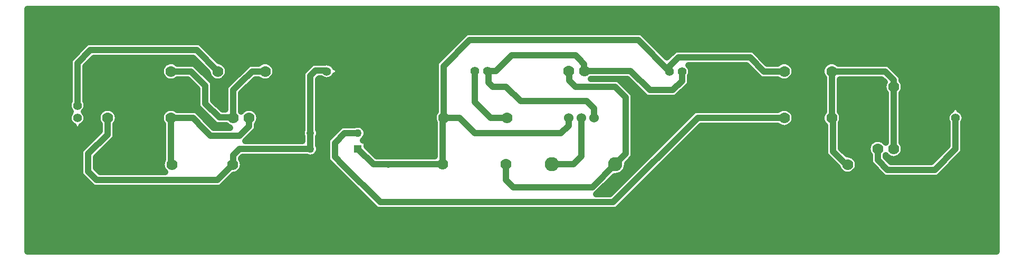
<source format=gbr>
G04 PROTEUS GERBER X2 FILE*
%TF.GenerationSoftware,Labcenter,Proteus,8.11-SP0-Build30052*%
%TF.CreationDate,2022-05-23T09:32:02+00:00*%
%TF.FileFunction,Copper,L2,Bot*%
%TF.FilePolarity,Positive*%
%TF.Part,Single*%
%TF.SameCoordinates,{dbbd143d-ed61-4da2-b447-6c1ffff0ded6}*%
%FSLAX45Y45*%
%MOMM*%
G01*
%TA.AperFunction,Conductor*%
%ADD16C,1.016000*%
%ADD17C,0.254000*%
%TA.AperFunction,WasherPad*%
%ADD10C,1.397000*%
%TA.AperFunction,ComponentPad*%
%ADD11C,1.778000*%
%TA.AperFunction,ComponentPad*%
%ADD12R,1.270000X1.270000*%
%ADD13C,1.270000*%
%TA.AperFunction,ComponentPad*%
%ADD14C,1.524000*%
%TA.AperFunction,ComponentPad*%
%ADD15C,2.286000*%
%TD.AperFunction*%
G36*
X+5250000Y+6099060D02*
X-10301880Y+6099060D01*
X-10301880Y+10000000D01*
X+5250000Y+10000000D01*
X+5250000Y+6099060D01*
G37*
%LPC*%
G36*
X-7233913Y+9163515D02*
X-7217792Y+9161928D01*
X-7186820Y+9152533D01*
X-7158276Y+9137276D01*
X-7133257Y+9116744D01*
X-7112725Y+9091725D01*
X-7097468Y+9063181D01*
X-7088073Y+9032209D01*
X-7084901Y+9000000D01*
X-7088072Y+8967792D01*
X-7097467Y+8936820D01*
X-7112724Y+8908276D01*
X-7133256Y+8883257D01*
X-7158275Y+8862725D01*
X-7186819Y+8847468D01*
X-7217791Y+8838073D01*
X-7250000Y+8834901D01*
X-7282208Y+8838072D01*
X-7313180Y+8847467D01*
X-7341724Y+8862724D01*
X-7366743Y+8883256D01*
X-7387275Y+8908275D01*
X-7402532Y+8936819D01*
X-7411927Y+8967791D01*
X-7413515Y+8983913D01*
X-7641642Y+9212040D01*
X-9241162Y+9212040D01*
X-9373002Y+9080200D01*
X-9373001Y+8520733D01*
X-9365068Y+8505891D01*
X-9356757Y+8478493D01*
X-9353951Y+8450000D01*
X-9356757Y+8421507D01*
X-9365068Y+8394109D01*
X-9378564Y+8368859D01*
X-9394041Y+8350000D01*
X-9378564Y+8331141D01*
X-9365068Y+8305891D01*
X-9356757Y+8278493D01*
X-9353951Y+8250000D01*
X-9356757Y+8221507D01*
X-9365068Y+8194109D01*
X-9378564Y+8168859D01*
X-9396727Y+8146727D01*
X-9418859Y+8128564D01*
X-9439579Y+8117489D01*
X-9435342Y+8114658D01*
X-9415520Y+8084993D01*
X-9408560Y+8050000D01*
X-9415520Y+8015007D01*
X-9435342Y+7985342D01*
X-9465007Y+7965520D01*
X-9500000Y+7958560D01*
X-9534993Y+7965520D01*
X-9564658Y+7985342D01*
X-9584480Y+8015007D01*
X-9591440Y+8050000D01*
X-9584480Y+8084993D01*
X-9564658Y+8114658D01*
X-9560421Y+8117489D01*
X-9581141Y+8128564D01*
X-9603273Y+8146727D01*
X-9621436Y+8168859D01*
X-9634932Y+8194109D01*
X-9643243Y+8221507D01*
X-9646049Y+8250000D01*
X-9643243Y+8278493D01*
X-9634932Y+8305891D01*
X-9621436Y+8331141D01*
X-9605959Y+8350000D01*
X-9621436Y+8368859D01*
X-9634932Y+8394109D01*
X-9643243Y+8421507D01*
X-9646049Y+8450000D01*
X-9643243Y+8478493D01*
X-9634932Y+8505891D01*
X-9626999Y+8520733D01*
X-9626998Y+9185408D01*
X-9346368Y+9466038D01*
X-7536436Y+9466038D01*
X-7233913Y+9163515D01*
G37*
G36*
X-6455792Y+9161928D02*
X-6424820Y+9152533D01*
X-6396276Y+9137276D01*
X-6371257Y+9116744D01*
X-6350725Y+9091725D01*
X-6335468Y+9063181D01*
X-6326073Y+9032209D01*
X-6322901Y+9000000D01*
X-6326072Y+8967792D01*
X-6335467Y+8936820D01*
X-6350724Y+8908276D01*
X-6371256Y+8883257D01*
X-6396275Y+8862725D01*
X-6424819Y+8847468D01*
X-6455791Y+8838073D01*
X-6488000Y+8834901D01*
X-6520208Y+8838072D01*
X-6551180Y+8847467D01*
X-6579724Y+8862724D01*
X-6592247Y+8873001D01*
X-6646133Y+8873001D01*
X-6873001Y+8646133D01*
X-6873001Y+8354247D01*
X-6873000Y+8354246D01*
X-6862744Y+8366743D01*
X-6837725Y+8387275D01*
X-6809181Y+8402532D01*
X-6778209Y+8411927D01*
X-6746000Y+8415099D01*
X-6713792Y+8411928D01*
X-6682820Y+8402533D01*
X-6654276Y+8387276D01*
X-6629257Y+8366744D01*
X-6608725Y+8341725D01*
X-6593468Y+8313181D01*
X-6584073Y+8282209D01*
X-6580901Y+8250000D01*
X-6584072Y+8217792D01*
X-6593467Y+8186820D01*
X-6608724Y+8158276D01*
X-6621097Y+8143199D01*
X-6621097Y+8064380D01*
X-6808478Y+7876999D01*
X-5888998Y+7876999D01*
X-5888998Y+7877000D01*
X-5888999Y+7946673D01*
X-5891065Y+7950539D01*
X-5899015Y+7976746D01*
X-5901699Y+8004000D01*
X-5899015Y+8031254D01*
X-5891065Y+8057461D01*
X-5888999Y+8061326D01*
X-5888999Y+8977151D01*
X-5729517Y+9136633D01*
X-5550283Y+9136633D01*
X-5528493Y+9143243D01*
X-5500000Y+9146049D01*
X-5471507Y+9143243D01*
X-5444109Y+9134932D01*
X-5418859Y+9121436D01*
X-5396727Y+9103273D01*
X-5378564Y+9081141D01*
X-5367489Y+9060421D01*
X-5364658Y+9064658D01*
X-5334993Y+9084480D01*
X-5300000Y+9091440D01*
X-5265007Y+9084480D01*
X-5235342Y+9064658D01*
X-5215520Y+9034993D01*
X-5208560Y+9000000D01*
X-5215520Y+8965007D01*
X-5235342Y+8935342D01*
X-5265007Y+8915520D01*
X-5300000Y+8908560D01*
X-5334993Y+8915520D01*
X-5364658Y+8935342D01*
X-5367489Y+8939579D01*
X-5378564Y+8918859D01*
X-5396727Y+8896727D01*
X-5418859Y+8878564D01*
X-5444109Y+8865068D01*
X-5471507Y+8856757D01*
X-5500000Y+8853951D01*
X-5528493Y+8856757D01*
X-5555891Y+8865068D01*
X-5581141Y+8878564D01*
X-5586102Y+8882635D01*
X-5624311Y+8882635D01*
X-5635001Y+8871945D01*
X-5635001Y+8061326D01*
X-5632935Y+8057461D01*
X-5624985Y+8031254D01*
X-5622301Y+8004000D01*
X-5624985Y+7976746D01*
X-5632935Y+7950539D01*
X-5635001Y+7946673D01*
X-5635002Y+7877000D01*
X-5635001Y+7807327D01*
X-5632935Y+7803461D01*
X-5624985Y+7777254D01*
X-5622301Y+7750000D01*
X-5624985Y+7722746D01*
X-5632935Y+7696539D01*
X-5645845Y+7672387D01*
X-5663218Y+7651218D01*
X-5684387Y+7633845D01*
X-5708539Y+7620935D01*
X-5734746Y+7612985D01*
X-5762000Y+7610301D01*
X-5789254Y+7612985D01*
X-5815461Y+7620935D01*
X-5819326Y+7623001D01*
X-6851486Y+7623001D01*
X-6876151Y+7598336D01*
X-6870725Y+7591725D01*
X-6855468Y+7563181D01*
X-6846073Y+7532209D01*
X-6842901Y+7500000D01*
X-6846072Y+7467792D01*
X-6855467Y+7436820D01*
X-6870724Y+7408276D01*
X-6891256Y+7383257D01*
X-6916275Y+7362725D01*
X-6944819Y+7347468D01*
X-6975791Y+7338073D01*
X-6991913Y+7336485D01*
X-7202663Y+7125735D01*
X-9243319Y+7125735D01*
X-9455670Y+7338086D01*
X-9455670Y+7723932D01*
X-9142999Y+8036603D01*
X-9142999Y+8145753D01*
X-9153275Y+8158275D01*
X-9168532Y+8186819D01*
X-9177927Y+8217791D01*
X-9181099Y+8250000D01*
X-9177928Y+8282208D01*
X-9168533Y+8313180D01*
X-9153276Y+8341724D01*
X-9132744Y+8366743D01*
X-9107725Y+8387275D01*
X-9079181Y+8402532D01*
X-9048209Y+8411927D01*
X-9016000Y+8415099D01*
X-8983792Y+8411928D01*
X-8952820Y+8402533D01*
X-8924276Y+8387276D01*
X-8899257Y+8366744D01*
X-8878725Y+8341725D01*
X-8863468Y+8313181D01*
X-8854073Y+8282209D01*
X-8850901Y+8250000D01*
X-8854072Y+8217792D01*
X-8863467Y+8186820D01*
X-8878724Y+8158276D01*
X-8889001Y+8145753D01*
X-8889001Y+7931397D01*
X-9201672Y+7618726D01*
X-9201672Y+7443292D01*
X-9138113Y+7379733D01*
X-8096450Y+7379733D01*
X-8100743Y+7383256D01*
X-8121275Y+7408275D01*
X-8136532Y+7436819D01*
X-8145927Y+7467791D01*
X-8149099Y+7500000D01*
X-8145928Y+7532208D01*
X-8136533Y+7563180D01*
X-8126999Y+7581017D01*
X-8126999Y+8145753D01*
X-8137275Y+8158275D01*
X-8152532Y+8186819D01*
X-8161927Y+8217791D01*
X-8165099Y+8250000D01*
X-8161928Y+8282208D01*
X-8152533Y+8313180D01*
X-8137276Y+8341724D01*
X-8116744Y+8366743D01*
X-8091725Y+8387275D01*
X-8063181Y+8402532D01*
X-8032209Y+8411927D01*
X-8000000Y+8415099D01*
X-7967792Y+8411928D01*
X-7936820Y+8402533D01*
X-7908276Y+8387276D01*
X-7895753Y+8376999D01*
X-7595378Y+8376999D01*
X-7312233Y+8093854D01*
X-7206594Y+8093854D01*
X-7206594Y+8093855D01*
X-7051273Y+8093855D01*
X-7063180Y+8097467D01*
X-7091724Y+8112724D01*
X-7113772Y+8130818D01*
X-7277352Y+8130818D01*
X-7576025Y+8429491D01*
X-7576025Y+8718618D01*
X-7730408Y+8873001D01*
X-7895753Y+8873001D01*
X-7908275Y+8862725D01*
X-7936819Y+8847468D01*
X-7967791Y+8838073D01*
X-8000000Y+8834901D01*
X-8032208Y+8838072D01*
X-8063180Y+8847467D01*
X-8091724Y+8862724D01*
X-8116743Y+8883256D01*
X-8137275Y+8908275D01*
X-8152532Y+8936819D01*
X-8161927Y+8967791D01*
X-8165099Y+9000000D01*
X-8161928Y+9032208D01*
X-8152533Y+9063180D01*
X-8137276Y+9091724D01*
X-8116744Y+9116743D01*
X-8091725Y+9137275D01*
X-8063181Y+9152532D01*
X-8032209Y+9161927D01*
X-8000000Y+9165099D01*
X-7967792Y+9161928D01*
X-7936820Y+9152533D01*
X-7908276Y+9137276D01*
X-7895753Y+9126999D01*
X-7625202Y+9126999D01*
X-7322027Y+8823824D01*
X-7322027Y+8534697D01*
X-7172146Y+8384816D01*
X-7126999Y+8384816D01*
X-7126999Y+8751339D01*
X-6751339Y+9126999D01*
X-6592247Y+9126999D01*
X-6579725Y+9137275D01*
X-6551181Y+9152532D01*
X-6520209Y+9161927D01*
X-6488000Y+9165099D01*
X-6455792Y+9161928D01*
G37*
G36*
X-8933867Y+8965979D02*
X-8953138Y+8937138D01*
X-8981979Y+8917867D01*
X-9016000Y+8911100D01*
X-9050021Y+8917867D01*
X-9078862Y+8937138D01*
X-9098133Y+8965979D01*
X-9104900Y+9000000D01*
X-9098133Y+9034021D01*
X-9078862Y+9062862D01*
X-9050021Y+9082133D01*
X-9016000Y+9088900D01*
X-8981979Y+9082133D01*
X-8953138Y+9062862D01*
X-8933867Y+9034021D01*
X-8927100Y+9000000D01*
X-8933867Y+8965979D01*
G37*
G36*
X-8917867Y+7465979D02*
X-8937138Y+7437138D01*
X-8965979Y+7417867D01*
X-9000000Y+7411100D01*
X-9034021Y+7417867D01*
X-9062862Y+7437138D01*
X-9082133Y+7465979D01*
X-9088900Y+7500000D01*
X-9082133Y+7534021D01*
X-9062862Y+7562862D01*
X-9034021Y+7582133D01*
X-9000000Y+7588900D01*
X-8965979Y+7582133D01*
X-8937138Y+7562862D01*
X-8917867Y+7534021D01*
X-8911100Y+7500000D01*
X-8917867Y+7465979D01*
G37*
G36*
X-6671867Y+7465979D02*
X-6691138Y+7437138D01*
X-6719979Y+7417867D01*
X-6754000Y+7411100D01*
X-6788021Y+7417867D01*
X-6816862Y+7437138D01*
X-6836133Y+7465979D01*
X-6842900Y+7500000D01*
X-6836133Y+7534021D01*
X-6816862Y+7562862D01*
X-6788021Y+7582133D01*
X-6754000Y+7588900D01*
X-6719979Y+7582133D01*
X-6691138Y+7562862D01*
X-6671867Y+7534021D01*
X-6665100Y+7500000D01*
X-6671867Y+7465979D01*
G37*
G36*
X-41666Y+9221268D02*
X+89458Y+9352392D01*
X+1344413Y+9352392D01*
X+1569807Y+9126998D01*
X+1737607Y+9126999D01*
X+1750129Y+9137275D01*
X+1778673Y+9152532D01*
X+1809645Y+9161927D01*
X+1841854Y+9165099D01*
X+1874062Y+9161928D01*
X+1905034Y+9152533D01*
X+1933578Y+9137276D01*
X+1958597Y+9116744D01*
X+1979129Y+9091725D01*
X+1994386Y+9063181D01*
X+2003781Y+9032209D01*
X+2006953Y+9000000D01*
X+2003782Y+8967792D01*
X+1994387Y+8936820D01*
X+1979130Y+8908276D01*
X+1958598Y+8883257D01*
X+1933579Y+8862725D01*
X+1905035Y+8847468D01*
X+1874063Y+8838073D01*
X+1841854Y+8834901D01*
X+1809646Y+8838072D01*
X+1778674Y+8847467D01*
X+1750130Y+8862724D01*
X+1737607Y+8873001D01*
X+1464599Y+8873002D01*
X+1239205Y+9098396D01*
X+307275Y+9098396D01*
X+321436Y+9081141D01*
X+334932Y+9055891D01*
X+343243Y+9028493D01*
X+346049Y+9000000D01*
X+343243Y+8971507D01*
X+334932Y+8944109D01*
X+326999Y+8929267D01*
X+326999Y+8791579D01*
X+104650Y+8569230D01*
X-368454Y+8569230D01*
X-680913Y+8881689D01*
X-1256032Y+8881689D01*
X-1257211Y+8880722D01*
X-817726Y+8880722D01*
X-572076Y+8635072D01*
X-572076Y+7622374D01*
X-680807Y+7513643D01*
X-679830Y+7503723D01*
X-683490Y+7466559D01*
X-694330Y+7430823D01*
X-711934Y+7397888D01*
X-735625Y+7369020D01*
X-764493Y+7345329D01*
X-797428Y+7327725D01*
X-833164Y+7316884D01*
X-870329Y+7313224D01*
X-880249Y+7314201D01*
X-1173634Y+7020816D01*
X-954457Y+7020816D01*
X+401726Y+8376999D01*
X+1737607Y+8376999D01*
X+1750129Y+8387275D01*
X+1778673Y+8402532D01*
X+1809645Y+8411927D01*
X+1841854Y+8415099D01*
X+1874062Y+8411928D01*
X+1905034Y+8402533D01*
X+1933578Y+8387276D01*
X+1958597Y+8366744D01*
X+1979129Y+8341725D01*
X+1994386Y+8313181D01*
X+2003781Y+8282209D01*
X+2006953Y+8250000D01*
X+2003782Y+8217792D01*
X+1994387Y+8186820D01*
X+1979130Y+8158276D01*
X+1958598Y+8133257D01*
X+1933579Y+8112725D01*
X+1905035Y+8097468D01*
X+1874063Y+8088073D01*
X+1841854Y+8084901D01*
X+1809646Y+8088072D01*
X+1778674Y+8097467D01*
X+1750130Y+8112724D01*
X+1737607Y+8123001D01*
X+506932Y+8123001D01*
X-849251Y+6766818D01*
X-4696420Y+6766818D01*
X-5498853Y+7569251D01*
X-5498853Y+7901420D01*
X-5269274Y+8130999D01*
X-5057326Y+8130999D01*
X-5053461Y+8133065D01*
X-5027254Y+8141015D01*
X-5000000Y+8143699D01*
X-4972746Y+8141015D01*
X-4946539Y+8133065D01*
X-4922387Y+8120155D01*
X-4901218Y+8102782D01*
X-4883845Y+8081613D01*
X-4870935Y+8057461D01*
X-4862985Y+8031254D01*
X-4860301Y+8004000D01*
X-4862985Y+7976746D01*
X-4870935Y+7950539D01*
X-4883845Y+7926387D01*
X-4901218Y+7905218D01*
X-4920128Y+7889699D01*
X-4860301Y+7889699D01*
X-4860301Y+7793626D01*
X-4697397Y+7630722D01*
X-3763328Y+7630722D01*
X-3763328Y+8172707D01*
X-3772861Y+8190542D01*
X-3782256Y+8221514D01*
X-3785428Y+8253723D01*
X-3782257Y+8285931D01*
X-3772862Y+8316903D01*
X-3757605Y+8345447D01*
X-3748879Y+8356080D01*
X-3748879Y+9136886D01*
X-3258766Y+9626999D01*
X-447397Y+9626999D01*
X-41666Y+9221268D01*
G37*
G36*
X+2636062Y+9161928D02*
X+2667034Y+9152533D01*
X+2695578Y+9137276D01*
X+2709542Y+9125816D01*
X+3512603Y+9125816D01*
X+3722853Y+8915566D01*
X+3722853Y+8854247D01*
X+3733129Y+8841725D01*
X+3748386Y+8813181D01*
X+3757781Y+8782209D01*
X+3760953Y+8750000D01*
X+3757782Y+8717792D01*
X+3748387Y+8686820D01*
X+3733130Y+8658276D01*
X+3722853Y+8645753D01*
X+3722853Y+7854247D01*
X+3733129Y+7841725D01*
X+3748386Y+7813181D01*
X+3757781Y+7782209D01*
X+3760953Y+7750000D01*
X+3757782Y+7717792D01*
X+3748387Y+7686820D01*
X+3733130Y+7658276D01*
X+3712598Y+7633257D01*
X+3687579Y+7612725D01*
X+3659035Y+7597468D01*
X+3628063Y+7588073D01*
X+3595854Y+7584901D01*
X+3563646Y+7588072D01*
X+3532674Y+7597467D01*
X+3504130Y+7612724D01*
X+3479111Y+7633256D01*
X+3468854Y+7645754D01*
X+3468853Y+7645753D01*
X+3468853Y+7624566D01*
X+3552603Y+7540816D01*
X+4203068Y+7540816D01*
X+4464855Y+7802603D01*
X+4464855Y+8179267D01*
X+4456922Y+8194109D01*
X+4448611Y+8221507D01*
X+4445805Y+8250000D01*
X+4448611Y+8278493D01*
X+4456922Y+8305891D01*
X+4470418Y+8331141D01*
X+4488581Y+8353273D01*
X+4510713Y+8371436D01*
X+4531433Y+8382511D01*
X+4527196Y+8385342D01*
X+4507374Y+8415007D01*
X+4500414Y+8450000D01*
X+4507374Y+8484993D01*
X+4527196Y+8514658D01*
X+4556861Y+8534480D01*
X+4591854Y+8541440D01*
X+4626847Y+8534480D01*
X+4656512Y+8514658D01*
X+4676334Y+8484993D01*
X+4683294Y+8450000D01*
X+4676334Y+8415007D01*
X+4656512Y+8385342D01*
X+4652275Y+8382511D01*
X+4672995Y+8371436D01*
X+4695127Y+8353273D01*
X+4713290Y+8331141D01*
X+4726786Y+8305891D01*
X+4735097Y+8278493D01*
X+4737903Y+8250000D01*
X+4735097Y+8221507D01*
X+4726786Y+8194109D01*
X+4718853Y+8179267D01*
X+4718853Y+7697397D01*
X+4308274Y+7286818D01*
X+3447397Y+7286818D01*
X+3214855Y+7519360D01*
X+3214855Y+7645753D01*
X+3204579Y+7658275D01*
X+3189322Y+7686819D01*
X+3179927Y+7717791D01*
X+3176755Y+7750000D01*
X+3179926Y+7782208D01*
X+3189321Y+7813180D01*
X+3204578Y+7841724D01*
X+3225110Y+7866743D01*
X+3250129Y+7887275D01*
X+3278673Y+7902532D01*
X+3309645Y+7911927D01*
X+3341854Y+7915099D01*
X+3374062Y+7911928D01*
X+3405034Y+7902533D01*
X+3433578Y+7887276D01*
X+3458597Y+7866744D01*
X+3468854Y+7854246D01*
X+3468855Y+7854247D01*
X+3468855Y+8645753D01*
X+3458579Y+8658275D01*
X+3443322Y+8686819D01*
X+3433927Y+8717791D01*
X+3430755Y+8750000D01*
X+3433926Y+8782208D01*
X+3443321Y+8813180D01*
X+3451233Y+8827982D01*
X+3407397Y+8871818D01*
X+2730853Y+8871818D01*
X+2730853Y+8354247D01*
X+2741129Y+8341725D01*
X+2756386Y+8313181D01*
X+2765781Y+8282209D01*
X+2768953Y+8250000D01*
X+2765782Y+8217792D01*
X+2756387Y+8186820D01*
X+2750544Y+8175888D01*
X+2750544Y+7763574D01*
X+2849811Y+7664307D01*
X+2857854Y+7665099D01*
X+2890062Y+7661928D01*
X+2921034Y+7652533D01*
X+2949578Y+7637276D01*
X+2974597Y+7616744D01*
X+2995129Y+7591725D01*
X+3010386Y+7563181D01*
X+3019781Y+7532209D01*
X+3022953Y+7500000D01*
X+3019782Y+7467792D01*
X+3010387Y+7436820D01*
X+2995130Y+7408276D01*
X+2974598Y+7383257D01*
X+2949579Y+7362725D01*
X+2921035Y+7347468D01*
X+2890063Y+7338073D01*
X+2857854Y+7334901D01*
X+2825646Y+7338072D01*
X+2794674Y+7347467D01*
X+2766130Y+7362724D01*
X+2741111Y+7383256D01*
X+2720579Y+7408275D01*
X+2705322Y+7436819D01*
X+2699760Y+7455154D01*
X+2496548Y+7658366D01*
X+2496548Y+8125511D01*
X+2487111Y+8133256D01*
X+2466579Y+8158275D01*
X+2451322Y+8186819D01*
X+2441927Y+8217791D01*
X+2438755Y+8250000D01*
X+2441926Y+8282208D01*
X+2451321Y+8313180D01*
X+2466578Y+8341724D01*
X+2476855Y+8354247D01*
X+2476855Y+8895753D01*
X+2466579Y+8908275D01*
X+2451322Y+8936819D01*
X+2441927Y+8967791D01*
X+2438755Y+9000000D01*
X+2441926Y+9032208D01*
X+2451321Y+9063180D01*
X+2466578Y+9091724D01*
X+2487110Y+9116743D01*
X+2512129Y+9137275D01*
X+2540673Y+9152532D01*
X+2571645Y+9161927D01*
X+2603854Y+9165099D01*
X+2636062Y+9161928D01*
G37*
G36*
X+1923987Y+7465979D02*
X+1904716Y+7437138D01*
X+1875875Y+7417867D01*
X+1841854Y+7411100D01*
X+1807833Y+7417867D01*
X+1778992Y+7437138D01*
X+1759721Y+7465979D01*
X+1752954Y+7500000D01*
X+1759721Y+7534021D01*
X+1778992Y+7562862D01*
X+1807833Y+7582133D01*
X+1841854Y+7588900D01*
X+1875875Y+7582133D01*
X+1904716Y+7562862D01*
X+1923987Y+7534021D01*
X+1930754Y+7500000D01*
X+1923987Y+7465979D01*
G37*
G36*
X+3423987Y+8715979D02*
X+3404716Y+8687138D01*
X+3375875Y+8667867D01*
X+3341854Y+8661100D01*
X+3307833Y+8667867D01*
X+3278992Y+8687138D01*
X+3259721Y+8715979D01*
X+3252954Y+8750000D01*
X+3259721Y+8784021D01*
X+3278992Y+8812862D01*
X+3307833Y+8832133D01*
X+3341854Y+8838900D01*
X+3375875Y+8832133D01*
X+3404716Y+8812862D01*
X+3423987Y+8784021D01*
X+3430754Y+8750000D01*
X+3423987Y+8715979D01*
G37*
%LPD*%
D16*
X-9500000Y+8450000D02*
X-9500000Y+9132804D01*
X-9293765Y+9339039D01*
X-7589039Y+9339039D01*
X-7250000Y+9000000D01*
X-6488000Y+9000000D02*
X-6698736Y+9000000D01*
X-6873473Y+8825263D01*
X-7000000Y+8698736D01*
X-7000000Y+8250000D01*
X-8000000Y+9000000D02*
X-7677805Y+9000000D01*
X-7449026Y+8771221D01*
X-7449026Y+8482094D01*
X-7224749Y+8257817D01*
X-7007817Y+8257817D01*
X-7000000Y+8250000D01*
X-8000000Y+8250000D02*
X-7647981Y+8250000D01*
X-7474389Y+8076408D01*
X-7364837Y+7966856D01*
X-7206594Y+7966856D01*
X-6898223Y+7966856D01*
X-6748096Y+8116983D01*
X-6748096Y+8247904D01*
X-6746000Y+8250000D01*
X-7008000Y+7500000D02*
X-7255266Y+7252734D01*
X-9190716Y+7252734D01*
X-9328671Y+7390689D01*
X-9328671Y+7671329D01*
X-9016000Y+7984000D01*
X-9016000Y+8250000D01*
X-8000000Y+8250000D02*
X-8000000Y+7516000D01*
X-7984000Y+7500000D01*
X-5762000Y+8004000D02*
X-5762000Y+7750000D01*
X-6904089Y+7750000D01*
X-7003719Y+7650370D01*
X-7003719Y+7504281D01*
X-7008000Y+7500000D01*
X-5762000Y+8004000D02*
X-5762000Y+8924548D01*
X-5676914Y+9009634D01*
X-5509634Y+9009634D01*
X-5500000Y+9000000D01*
X-2604329Y+8253723D02*
X-2870329Y+8253723D01*
X-3120329Y+8503723D01*
X-3120329Y+9003723D01*
X-1620329Y+8253723D02*
X-1620329Y+8127775D01*
X-1740658Y+8007446D01*
X-3124052Y+8007446D01*
X-3370329Y+8253723D01*
X-3620329Y+8253723D01*
X-1417129Y+8253723D02*
X-1417129Y+7630494D01*
X-1539650Y+7507973D01*
X-1882079Y+7507973D01*
X-1886329Y+7503723D01*
X-870329Y+7503723D02*
X-1237638Y+7136414D01*
X-1265550Y+7136414D01*
X-2503020Y+7136414D01*
X-2620329Y+7253723D01*
X-2620329Y+7503723D01*
X-1213929Y+8253723D02*
X-1213929Y+8406567D01*
X-1326461Y+8519099D01*
X-2385705Y+8519099D01*
X-2620329Y+8753723D01*
X-2840221Y+8753723D01*
X-2904062Y+8817564D01*
X-2904062Y+8987456D01*
X-2920329Y+9003723D01*
X-870329Y+7503723D02*
X-699075Y+7674977D01*
X-699075Y+8050083D01*
X-699075Y+8582469D01*
X-870329Y+8753723D01*
X-1506265Y+8753723D01*
X-1606653Y+8854111D01*
X-1606653Y+8990047D01*
X-1620329Y+9003723D01*
X-4516000Y+7500000D02*
X-4516000Y+7503723D01*
X-5000000Y+7753723D02*
X-5000000Y+7750000D01*
X-5000000Y+7753723D02*
X-4750000Y+7503723D01*
X-4516000Y+7503723D01*
X-1369099Y+9092623D02*
X-1366329Y+9003723D01*
X-1459009Y+9205940D02*
X-1369099Y+9116030D01*
X-1369099Y+9092623D01*
X-2920329Y+9003723D02*
X-2784907Y+9003723D01*
X-2532504Y+9256126D01*
X-1509195Y+9256126D01*
X-1459009Y+9205940D01*
X-1369099Y+9092623D02*
X-1369099Y+9006493D01*
X-1366329Y+9003723D01*
X+2603854Y+8250000D02*
X+2603854Y+9000000D01*
X+3595854Y+7750000D02*
X+3595854Y+8750000D01*
X+3341854Y+7750000D02*
X+3341854Y+7571963D01*
X+3500000Y+7413817D01*
X+4255671Y+7413817D01*
X+4591854Y+7750000D01*
X+4591854Y+8250000D01*
X+3595854Y+8750000D02*
X+3595854Y+8862963D01*
X+3460000Y+8998817D01*
X+2605037Y+8998817D01*
X+2603854Y+9000000D01*
X-4516000Y+7503723D02*
X-4136329Y+7503723D01*
X-3636329Y+7503723D01*
X+1841854Y+8250000D02*
X+454329Y+8250000D01*
X-901854Y+6893817D01*
X-1171854Y+6893817D01*
X-4643817Y+6893817D01*
X-5250000Y+7500000D01*
X-5371854Y+7621854D01*
X-5371854Y+7848817D01*
X-5216671Y+8004000D01*
X-5000000Y+8004000D01*
X-3626920Y+8247132D02*
X-3636329Y+8237723D01*
X-3620329Y+8253723D01*
X-3636329Y+7503723D02*
X-3636329Y+8237723D01*
X-3626920Y+8247132D02*
X-3620329Y+8253723D01*
X+0Y+9000000D02*
X-500000Y+9500000D01*
X-1000000Y+9500000D01*
X-3206163Y+9500000D01*
X-3621880Y+9084283D01*
X-3621880Y+8255274D01*
X-3620329Y+8253723D01*
X+200000Y+9000000D02*
X+200000Y+8844182D01*
X+52047Y+8696229D01*
X-315851Y+8696229D01*
X-628310Y+9008688D01*
X-1361364Y+9008688D01*
X-1366329Y+9003723D01*
X+1841854Y+9000000D02*
X+1517203Y+9000000D01*
X+1291809Y+9225394D01*
X+142062Y+9225394D01*
X+0Y+9083332D01*
X+0Y+9000000D01*
X+2857854Y+7500000D02*
X+2834516Y+7500000D01*
X+2623546Y+7710970D01*
X+2623546Y+8230308D01*
X+2603854Y+8250000D01*
X+5250000Y+6099060D02*
X-10301880Y+6099060D01*
X-10301880Y+10000000D01*
X+5250000Y+10000000D01*
X+5250000Y+6099060D01*
X-7233913Y+9163515D02*
X-7217792Y+9161928D01*
X-7186820Y+9152533D01*
X-7158276Y+9137276D01*
X-7133257Y+9116744D01*
X-7112725Y+9091725D01*
X-7097468Y+9063181D01*
X-7088073Y+9032209D01*
X-7084901Y+9000000D01*
X-7088072Y+8967792D01*
X-7097467Y+8936820D01*
X-7112724Y+8908276D01*
X-7133256Y+8883257D01*
X-7158275Y+8862725D01*
X-7186819Y+8847468D01*
X-7217791Y+8838073D01*
X-7250000Y+8834901D01*
X-7282208Y+8838072D01*
X-7313180Y+8847467D01*
X-7341724Y+8862724D01*
X-7366743Y+8883256D01*
X-7387275Y+8908275D01*
X-7402532Y+8936819D01*
X-7411927Y+8967791D01*
X-7413515Y+8983913D01*
X-7641642Y+9212040D01*
X-9241162Y+9212040D01*
X-9373002Y+9080200D01*
X-9373001Y+8520733D01*
X-9365068Y+8505891D01*
X-9356757Y+8478493D01*
X-9353951Y+8450000D01*
X-9356757Y+8421507D01*
X-9365068Y+8394109D01*
X-9378564Y+8368859D01*
X-9394041Y+8350000D01*
X-9378564Y+8331141D01*
X-9365068Y+8305891D01*
X-9356757Y+8278493D01*
X-9353951Y+8250000D01*
X-9356757Y+8221507D01*
X-9365068Y+8194109D01*
X-9378564Y+8168859D01*
X-9396727Y+8146727D01*
X-9418859Y+8128564D01*
X-9439579Y+8117489D01*
X-9435342Y+8114658D01*
X-9415520Y+8084993D01*
X-9408560Y+8050000D01*
X-9415520Y+8015007D01*
X-9435342Y+7985342D01*
X-9465007Y+7965520D01*
X-9500000Y+7958560D01*
X-9534993Y+7965520D01*
X-9564658Y+7985342D01*
X-9584480Y+8015007D01*
X-9591440Y+8050000D01*
X-9584480Y+8084993D01*
X-9564658Y+8114658D01*
X-9560421Y+8117489D01*
X-9581141Y+8128564D01*
X-9603273Y+8146727D01*
X-9621436Y+8168859D01*
X-9634932Y+8194109D01*
X-9643243Y+8221507D01*
X-9646049Y+8250000D01*
X-9643243Y+8278493D01*
X-9634932Y+8305891D01*
X-9621436Y+8331141D01*
X-9605959Y+8350000D01*
X-9621436Y+8368859D01*
X-9634932Y+8394109D01*
X-9643243Y+8421507D01*
X-9646049Y+8450000D01*
X-9643243Y+8478493D01*
X-9634932Y+8505891D01*
X-9626999Y+8520733D01*
X-9626998Y+9185408D01*
X-9346368Y+9466038D01*
X-7536436Y+9466038D01*
X-7233913Y+9163515D01*
X-6455792Y+9161928D02*
X-6424820Y+9152533D01*
X-6396276Y+9137276D01*
X-6371257Y+9116744D01*
X-6350725Y+9091725D01*
X-6335468Y+9063181D01*
X-6326073Y+9032209D01*
X-6322901Y+9000000D01*
X-6326072Y+8967792D01*
X-6335467Y+8936820D01*
X-6350724Y+8908276D01*
X-6371256Y+8883257D01*
X-6396275Y+8862725D01*
X-6424819Y+8847468D01*
X-6455791Y+8838073D01*
X-6488000Y+8834901D01*
X-6520208Y+8838072D01*
X-6551180Y+8847467D01*
X-6579724Y+8862724D01*
X-6592247Y+8873001D01*
X-6646133Y+8873001D01*
X-6873001Y+8646133D01*
X-6873001Y+8354247D01*
X-6873000Y+8354246D01*
X-6862744Y+8366743D01*
X-6837725Y+8387275D01*
X-6809181Y+8402532D01*
X-6778209Y+8411927D01*
X-6746000Y+8415099D01*
X-6713792Y+8411928D01*
X-6682820Y+8402533D01*
X-6654276Y+8387276D01*
X-6629257Y+8366744D01*
X-6608725Y+8341725D01*
X-6593468Y+8313181D01*
X-6584073Y+8282209D01*
X-6580901Y+8250000D01*
X-6584072Y+8217792D01*
X-6593467Y+8186820D01*
X-6608724Y+8158276D01*
X-6621097Y+8143199D01*
X-6621097Y+8064380D01*
X-6808478Y+7876999D01*
X-5888998Y+7876999D01*
X-5888998Y+7877000D01*
X-5888999Y+7946673D01*
X-5891065Y+7950539D01*
X-5899015Y+7976746D01*
X-5901699Y+8004000D01*
X-5899015Y+8031254D01*
X-5891065Y+8057461D01*
X-5888999Y+8061326D01*
X-5888999Y+8977151D01*
X-5729517Y+9136633D01*
X-5550283Y+9136633D01*
X-5528493Y+9143243D01*
X-5500000Y+9146049D01*
X-5471507Y+9143243D01*
X-5444109Y+9134932D01*
X-5418859Y+9121436D01*
X-5396727Y+9103273D01*
X-5378564Y+9081141D01*
X-5367489Y+9060421D01*
X-5364658Y+9064658D01*
X-5334993Y+9084480D01*
X-5300000Y+9091440D01*
X-5265007Y+9084480D01*
X-5235342Y+9064658D01*
X-5215520Y+9034993D01*
X-5208560Y+9000000D01*
X-5215520Y+8965007D01*
X-5235342Y+8935342D01*
X-5265007Y+8915520D01*
X-5300000Y+8908560D01*
X-5334993Y+8915520D01*
X-5364658Y+8935342D01*
X-5367489Y+8939579D01*
X-5378564Y+8918859D01*
X-5396727Y+8896727D01*
X-5418859Y+8878564D01*
X-5444109Y+8865068D01*
X-5471507Y+8856757D01*
X-5500000Y+8853951D01*
X-5528493Y+8856757D01*
X-5555891Y+8865068D01*
X-5581141Y+8878564D01*
X-5586102Y+8882635D01*
X-5624311Y+8882635D01*
X-5635001Y+8871945D01*
X-5635001Y+8061326D01*
X-5632935Y+8057461D01*
X-5624985Y+8031254D01*
X-5622301Y+8004000D01*
X-5624985Y+7976746D01*
X-5632935Y+7950539D01*
X-5635001Y+7946673D01*
X-5635002Y+7877000D01*
X-5635001Y+7807327D01*
X-5632935Y+7803461D01*
X-5624985Y+7777254D01*
X-5622301Y+7750000D01*
X-5624985Y+7722746D01*
X-5632935Y+7696539D01*
X-5645845Y+7672387D01*
X-5663218Y+7651218D01*
X-5684387Y+7633845D01*
X-5708539Y+7620935D01*
X-5734746Y+7612985D01*
X-5762000Y+7610301D01*
X-5789254Y+7612985D01*
X-5815461Y+7620935D01*
X-5819326Y+7623001D01*
X-6851486Y+7623001D01*
X-6876151Y+7598336D01*
X-6870725Y+7591725D01*
X-6855468Y+7563181D01*
X-6846073Y+7532209D01*
X-6842901Y+7500000D01*
X-6846072Y+7467792D01*
X-6855467Y+7436820D01*
X-6870724Y+7408276D01*
X-6891256Y+7383257D01*
X-6916275Y+7362725D01*
X-6944819Y+7347468D01*
X-6975791Y+7338073D01*
X-6991913Y+7336485D01*
X-7202663Y+7125735D01*
X-9243319Y+7125735D01*
X-9455670Y+7338086D01*
X-9455670Y+7723932D01*
X-9142999Y+8036603D01*
X-9142999Y+8145753D01*
X-9153275Y+8158275D01*
X-9168532Y+8186819D01*
X-9177927Y+8217791D01*
X-9181099Y+8250000D01*
X-9177928Y+8282208D01*
X-9168533Y+8313180D01*
X-9153276Y+8341724D01*
X-9132744Y+8366743D01*
X-9107725Y+8387275D01*
X-9079181Y+8402532D01*
X-9048209Y+8411927D01*
X-9016000Y+8415099D01*
X-8983792Y+8411928D01*
X-8952820Y+8402533D01*
X-8924276Y+8387276D01*
X-8899257Y+8366744D01*
X-8878725Y+8341725D01*
X-8863468Y+8313181D01*
X-8854073Y+8282209D01*
X-8850901Y+8250000D01*
X-8854072Y+8217792D01*
X-8863467Y+8186820D01*
X-8878724Y+8158276D01*
X-8889001Y+8145753D01*
X-8889001Y+7931397D01*
X-9201672Y+7618726D01*
X-9201672Y+7443292D01*
X-9138113Y+7379733D01*
X-8096450Y+7379733D01*
X-8100743Y+7383256D01*
X-8121275Y+7408275D01*
X-8136532Y+7436819D01*
X-8145927Y+7467791D01*
X-8149099Y+7500000D01*
X-8145928Y+7532208D01*
X-8136533Y+7563180D01*
X-8126999Y+7581017D01*
X-8126999Y+8145753D01*
X-8137275Y+8158275D01*
X-8152532Y+8186819D01*
X-8161927Y+8217791D01*
X-8165099Y+8250000D01*
X-8161928Y+8282208D01*
X-8152533Y+8313180D01*
X-8137276Y+8341724D01*
X-8116744Y+8366743D01*
X-8091725Y+8387275D01*
X-8063181Y+8402532D01*
X-8032209Y+8411927D01*
X-8000000Y+8415099D01*
X-7967792Y+8411928D01*
X-7936820Y+8402533D01*
X-7908276Y+8387276D01*
X-7895753Y+8376999D01*
X-7595378Y+8376999D01*
X-7312233Y+8093854D01*
X-7206594Y+8093854D01*
X-7206594Y+8093855D01*
X-7051273Y+8093855D01*
X-7063180Y+8097467D01*
X-7091724Y+8112724D01*
X-7113772Y+8130818D01*
X-7277352Y+8130818D01*
X-7576025Y+8429491D01*
X-7576025Y+8718618D01*
X-7730408Y+8873001D01*
X-7895753Y+8873001D01*
X-7908275Y+8862725D01*
X-7936819Y+8847468D01*
X-7967791Y+8838073D01*
X-8000000Y+8834901D01*
X-8032208Y+8838072D01*
X-8063180Y+8847467D01*
X-8091724Y+8862724D01*
X-8116743Y+8883256D01*
X-8137275Y+8908275D01*
X-8152532Y+8936819D01*
X-8161927Y+8967791D01*
X-8165099Y+9000000D01*
X-8161928Y+9032208D01*
X-8152533Y+9063180D01*
X-8137276Y+9091724D01*
X-8116744Y+9116743D01*
X-8091725Y+9137275D01*
X-8063181Y+9152532D01*
X-8032209Y+9161927D01*
X-8000000Y+9165099D01*
X-7967792Y+9161928D01*
X-7936820Y+9152533D01*
X-7908276Y+9137276D01*
X-7895753Y+9126999D01*
X-7625202Y+9126999D01*
X-7322027Y+8823824D01*
X-7322027Y+8534697D01*
X-7172146Y+8384816D01*
X-7126999Y+8384816D01*
X-7126999Y+8751339D01*
X-6751339Y+9126999D01*
X-6592247Y+9126999D01*
X-6579725Y+9137275D01*
X-6551181Y+9152532D01*
X-6520209Y+9161927D01*
X-6488000Y+9165099D01*
X-6455792Y+9161928D01*
X-8933867Y+8965979D02*
X-8953138Y+8937138D01*
X-8981979Y+8917867D01*
X-9016000Y+8911100D01*
X-9050021Y+8917867D01*
X-9078862Y+8937138D01*
X-9098133Y+8965979D01*
X-9104900Y+9000000D01*
X-9098133Y+9034021D01*
X-9078862Y+9062862D01*
X-9050021Y+9082133D01*
X-9016000Y+9088900D01*
X-8981979Y+9082133D01*
X-8953138Y+9062862D01*
X-8933867Y+9034021D01*
X-8927100Y+9000000D01*
X-8933867Y+8965979D01*
X-8917867Y+7465979D02*
X-8937138Y+7437138D01*
X-8965979Y+7417867D01*
X-9000000Y+7411100D01*
X-9034021Y+7417867D01*
X-9062862Y+7437138D01*
X-9082133Y+7465979D01*
X-9088900Y+7500000D01*
X-9082133Y+7534021D01*
X-9062862Y+7562862D01*
X-9034021Y+7582133D01*
X-9000000Y+7588900D01*
X-8965979Y+7582133D01*
X-8937138Y+7562862D01*
X-8917867Y+7534021D01*
X-8911100Y+7500000D01*
X-8917867Y+7465979D01*
X-6671867Y+7465979D02*
X-6691138Y+7437138D01*
X-6719979Y+7417867D01*
X-6754000Y+7411100D01*
X-6788021Y+7417867D01*
X-6816862Y+7437138D01*
X-6836133Y+7465979D01*
X-6842900Y+7500000D01*
X-6836133Y+7534021D01*
X-6816862Y+7562862D01*
X-6788021Y+7582133D01*
X-6754000Y+7588900D01*
X-6719979Y+7582133D01*
X-6691138Y+7562862D01*
X-6671867Y+7534021D01*
X-6665100Y+7500000D01*
X-6671867Y+7465979D01*
X-41666Y+9221268D02*
X+89458Y+9352392D01*
X+1344413Y+9352392D01*
X+1569807Y+9126998D01*
X+1737607Y+9126999D01*
X+1750129Y+9137275D01*
X+1778673Y+9152532D01*
X+1809645Y+9161927D01*
X+1841854Y+9165099D01*
X+1874062Y+9161928D01*
X+1905034Y+9152533D01*
X+1933578Y+9137276D01*
X+1958597Y+9116744D01*
X+1979129Y+9091725D01*
X+1994386Y+9063181D01*
X+2003781Y+9032209D01*
X+2006953Y+9000000D01*
X+2003782Y+8967792D01*
X+1994387Y+8936820D01*
X+1979130Y+8908276D01*
X+1958598Y+8883257D01*
X+1933579Y+8862725D01*
X+1905035Y+8847468D01*
X+1874063Y+8838073D01*
X+1841854Y+8834901D01*
X+1809646Y+8838072D01*
X+1778674Y+8847467D01*
X+1750130Y+8862724D01*
X+1737607Y+8873001D01*
X+1464599Y+8873002D01*
X+1239205Y+9098396D01*
X+307275Y+9098396D01*
X+321436Y+9081141D01*
X+334932Y+9055891D01*
X+343243Y+9028493D01*
X+346049Y+9000000D01*
X+343243Y+8971507D01*
X+334932Y+8944109D01*
X+326999Y+8929267D01*
X+326999Y+8791579D01*
X+104650Y+8569230D01*
X-368454Y+8569230D01*
X-680913Y+8881689D01*
X-1256032Y+8881689D01*
X-1257211Y+8880722D01*
X-817726Y+8880722D01*
X-572076Y+8635072D01*
X-572076Y+7622374D01*
X-680807Y+7513643D01*
X-679830Y+7503723D01*
X-683490Y+7466559D01*
X-694330Y+7430823D01*
X-711934Y+7397888D01*
X-735625Y+7369020D01*
X-764493Y+7345329D01*
X-797428Y+7327725D01*
X-833164Y+7316884D01*
X-870329Y+7313224D01*
X-880249Y+7314201D01*
X-1173634Y+7020816D01*
X-954457Y+7020816D01*
X+401726Y+8376999D01*
X+1737607Y+8376999D01*
X+1750129Y+8387275D01*
X+1778673Y+8402532D01*
X+1809645Y+8411927D01*
X+1841854Y+8415099D01*
X+1874062Y+8411928D01*
X+1905034Y+8402533D01*
X+1933578Y+8387276D01*
X+1958597Y+8366744D01*
X+1979129Y+8341725D01*
X+1994386Y+8313181D01*
X+2003781Y+8282209D01*
X+2006953Y+8250000D01*
X+2003782Y+8217792D01*
X+1994387Y+8186820D01*
X+1979130Y+8158276D01*
X+1958598Y+8133257D01*
X+1933579Y+8112725D01*
X+1905035Y+8097468D01*
X+1874063Y+8088073D01*
X+1841854Y+8084901D01*
X+1809646Y+8088072D01*
X+1778674Y+8097467D01*
X+1750130Y+8112724D01*
X+1737607Y+8123001D01*
X+506932Y+8123001D01*
X-849251Y+6766818D01*
X-4696420Y+6766818D01*
X-5498853Y+7569251D01*
X-5498853Y+7901420D01*
X-5269274Y+8130999D01*
X-5057326Y+8130999D01*
X-5053461Y+8133065D01*
X-5027254Y+8141015D01*
X-5000000Y+8143699D01*
X-4972746Y+8141015D01*
X-4946539Y+8133065D01*
X-4922387Y+8120155D01*
X-4901218Y+8102782D01*
X-4883845Y+8081613D01*
X-4870935Y+8057461D01*
X-4862985Y+8031254D01*
X-4860301Y+8004000D01*
X-4862985Y+7976746D01*
X-4870935Y+7950539D01*
X-4883845Y+7926387D01*
X-4901218Y+7905218D01*
X-4920128Y+7889699D01*
X-4860301Y+7889699D01*
X-4860301Y+7793626D01*
X-4697397Y+7630722D01*
X-3763328Y+7630722D01*
X-3763328Y+8172707D01*
X-3772861Y+8190542D01*
X-3782256Y+8221514D01*
X-3785428Y+8253723D01*
X-3782257Y+8285931D01*
X-3772862Y+8316903D01*
X-3757605Y+8345447D01*
X-3748879Y+8356080D01*
X-3748879Y+9136886D01*
X-3258766Y+9626999D01*
X-447397Y+9626999D01*
X-41666Y+9221268D01*
X+2636062Y+9161928D02*
X+2667034Y+9152533D01*
X+2695578Y+9137276D01*
X+2709542Y+9125816D01*
X+3512603Y+9125816D01*
X+3722853Y+8915566D01*
X+3722853Y+8854247D01*
X+3733129Y+8841725D01*
X+3748386Y+8813181D01*
X+3757781Y+8782209D01*
X+3760953Y+8750000D01*
X+3757782Y+8717792D01*
X+3748387Y+8686820D01*
X+3733130Y+8658276D01*
X+3722853Y+8645753D01*
X+3722853Y+7854247D01*
X+3733129Y+7841725D01*
X+3748386Y+7813181D01*
X+3757781Y+7782209D01*
X+3760953Y+7750000D01*
X+3757782Y+7717792D01*
X+3748387Y+7686820D01*
X+3733130Y+7658276D01*
X+3712598Y+7633257D01*
X+3687579Y+7612725D01*
X+3659035Y+7597468D01*
X+3628063Y+7588073D01*
X+3595854Y+7584901D01*
X+3563646Y+7588072D01*
X+3532674Y+7597467D01*
X+3504130Y+7612724D01*
X+3479111Y+7633256D01*
X+3468854Y+7645754D01*
X+3468853Y+7645753D01*
X+3468853Y+7624566D01*
X+3552603Y+7540816D01*
X+4203068Y+7540816D01*
X+4464855Y+7802603D01*
X+4464855Y+8179267D01*
X+4456922Y+8194109D01*
X+4448611Y+8221507D01*
X+4445805Y+8250000D01*
X+4448611Y+8278493D01*
X+4456922Y+8305891D01*
X+4470418Y+8331141D01*
X+4488581Y+8353273D01*
X+4510713Y+8371436D01*
X+4531433Y+8382511D01*
X+4527196Y+8385342D01*
X+4507374Y+8415007D01*
X+4500414Y+8450000D01*
X+4507374Y+8484993D01*
X+4527196Y+8514658D01*
X+4556861Y+8534480D01*
X+4591854Y+8541440D01*
X+4626847Y+8534480D01*
X+4656512Y+8514658D01*
X+4676334Y+8484993D01*
X+4683294Y+8450000D01*
X+4676334Y+8415007D01*
X+4656512Y+8385342D01*
X+4652275Y+8382511D01*
X+4672995Y+8371436D01*
X+4695127Y+8353273D01*
X+4713290Y+8331141D01*
X+4726786Y+8305891D01*
X+4735097Y+8278493D01*
X+4737903Y+8250000D01*
X+4735097Y+8221507D01*
X+4726786Y+8194109D01*
X+4718853Y+8179267D01*
X+4718853Y+7697397D01*
X+4308274Y+7286818D01*
X+3447397Y+7286818D01*
X+3214855Y+7519360D01*
X+3214855Y+7645753D01*
X+3204579Y+7658275D01*
X+3189322Y+7686819D01*
X+3179927Y+7717791D01*
X+3176755Y+7750000D01*
X+3179926Y+7782208D01*
X+3189321Y+7813180D01*
X+3204578Y+7841724D01*
X+3225110Y+7866743D01*
X+3250129Y+7887275D01*
X+3278673Y+7902532D01*
X+3309645Y+7911927D01*
X+3341854Y+7915099D01*
X+3374062Y+7911928D01*
X+3405034Y+7902533D01*
X+3433578Y+7887276D01*
X+3458597Y+7866744D01*
X+3468854Y+7854246D01*
X+3468855Y+7854247D01*
X+3468855Y+8645753D01*
X+3458579Y+8658275D01*
X+3443322Y+8686819D01*
X+3433927Y+8717791D01*
X+3430755Y+8750000D01*
X+3433926Y+8782208D01*
X+3443321Y+8813180D01*
X+3451233Y+8827982D01*
X+3407397Y+8871818D01*
X+2730853Y+8871818D01*
X+2730853Y+8354247D01*
X+2741129Y+8341725D01*
X+2756386Y+8313181D01*
X+2765781Y+8282209D01*
X+2768953Y+8250000D01*
X+2765782Y+8217792D01*
X+2756387Y+8186820D01*
X+2750544Y+8175888D01*
X+2750544Y+7763574D01*
X+2849811Y+7664307D01*
X+2857854Y+7665099D01*
X+2890062Y+7661928D01*
X+2921034Y+7652533D01*
X+2949578Y+7637276D01*
X+2974597Y+7616744D01*
X+2995129Y+7591725D01*
X+3010386Y+7563181D01*
X+3019781Y+7532209D01*
X+3022953Y+7500000D01*
X+3019782Y+7467792D01*
X+3010387Y+7436820D01*
X+2995130Y+7408276D01*
X+2974598Y+7383257D01*
X+2949579Y+7362725D01*
X+2921035Y+7347468D01*
X+2890063Y+7338073D01*
X+2857854Y+7334901D01*
X+2825646Y+7338072D01*
X+2794674Y+7347467D01*
X+2766130Y+7362724D01*
X+2741111Y+7383256D01*
X+2720579Y+7408275D01*
X+2705322Y+7436819D01*
X+2699760Y+7455154D01*
X+2496548Y+7658366D01*
X+2496548Y+8125511D01*
X+2487111Y+8133256D01*
X+2466579Y+8158275D01*
X+2451322Y+8186819D01*
X+2441927Y+8217791D01*
X+2438755Y+8250000D01*
X+2441926Y+8282208D01*
X+2451321Y+8313180D01*
X+2466578Y+8341724D01*
X+2476855Y+8354247D01*
X+2476855Y+8895753D01*
X+2466579Y+8908275D01*
X+2451322Y+8936819D01*
X+2441927Y+8967791D01*
X+2438755Y+9000000D01*
X+2441926Y+9032208D01*
X+2451321Y+9063180D01*
X+2466578Y+9091724D01*
X+2487110Y+9116743D01*
X+2512129Y+9137275D01*
X+2540673Y+9152532D01*
X+2571645Y+9161927D01*
X+2603854Y+9165099D01*
X+2636062Y+9161928D01*
X+1923987Y+7465979D02*
X+1904716Y+7437138D01*
X+1875875Y+7417867D01*
X+1841854Y+7411100D01*
X+1807833Y+7417867D01*
X+1778992Y+7437138D01*
X+1759721Y+7465979D01*
X+1752954Y+7500000D01*
X+1759721Y+7534021D01*
X+1778992Y+7562862D01*
X+1807833Y+7582133D01*
X+1841854Y+7588900D01*
X+1875875Y+7582133D01*
X+1904716Y+7562862D01*
X+1923987Y+7534021D01*
X+1930754Y+7500000D01*
X+1923987Y+7465979D01*
X+3423987Y+8715979D02*
X+3404716Y+8687138D01*
X+3375875Y+8667867D01*
X+3341854Y+8661100D01*
X+3307833Y+8667867D01*
X+3278992Y+8687138D01*
X+3259721Y+8715979D01*
X+3252954Y+8750000D01*
X+3259721Y+8784021D01*
X+3278992Y+8812862D01*
X+3307833Y+8832133D01*
X+3341854Y+8838900D01*
X+3375875Y+8832133D01*
X+3404716Y+8812862D01*
X+3423987Y+8784021D01*
X+3430754Y+8750000D01*
X+3423987Y+8715979D01*
D17*
X-9500000Y+7958560D02*
X-9500000Y+8050000D01*
X-9408560Y+8050000D02*
X-9500000Y+8050000D01*
X-9591440Y+8050000D02*
X-9500000Y+8050000D01*
X-8927100Y+9000000D02*
X-9016000Y+9000000D01*
X-9104900Y+9000000D02*
X-9016000Y+9000000D01*
X-9016000Y+9088900D02*
X-9016000Y+9000000D01*
X-9016000Y+8911100D02*
X-9016000Y+9000000D01*
X-9088900Y+7500000D02*
X-9000000Y+7500000D01*
X-8911100Y+7500000D02*
X-9000000Y+7500000D01*
X-9000000Y+7411100D02*
X-9000000Y+7500000D01*
X-9000000Y+7588900D02*
X-9000000Y+7500000D01*
X-6665100Y+7500000D02*
X-6754000Y+7500000D01*
X-6842900Y+7500000D02*
X-6754000Y+7500000D01*
X-6754000Y+7588900D02*
X-6754000Y+7500000D01*
X-6754000Y+7411100D02*
X-6754000Y+7500000D01*
X-5208560Y+9000000D02*
X-5300000Y+9000000D01*
X-5300000Y+8908560D02*
X-5300000Y+9000000D01*
X-5300000Y+9091440D02*
X-5300000Y+9000000D01*
X+1752954Y+7500000D02*
X+1841854Y+7500000D01*
X+1930754Y+7500000D02*
X+1841854Y+7500000D01*
X+1841854Y+7411100D02*
X+1841854Y+7500000D01*
X+1841854Y+7588900D02*
X+1841854Y+7500000D01*
X+3252954Y+8750000D02*
X+3341854Y+8750000D01*
X+3430754Y+8750000D02*
X+3341854Y+8750000D01*
X+3341854Y+8661100D02*
X+3341854Y+8750000D01*
X+3341854Y+8838900D02*
X+3341854Y+8750000D01*
X+4591854Y+8541440D02*
X+4591854Y+8450000D01*
X+4683294Y+8450000D02*
X+4591854Y+8450000D01*
X+4500414Y+8450000D02*
X+4591854Y+8450000D01*
D10*
X-9500000Y+8450000D03*
X-9500000Y+8250000D03*
X-9500000Y+8050000D03*
D11*
X-7250000Y+9000000D03*
X-6488000Y+9000000D03*
X-7000000Y+8250000D03*
X-6746000Y+8250000D03*
X-8000000Y+9000000D03*
X-9016000Y+9000000D03*
X-8000000Y+8250000D03*
X-9016000Y+8250000D03*
X-9000000Y+7500000D03*
X-7984000Y+7500000D03*
X-6754000Y+7500000D03*
X-7008000Y+7500000D03*
D10*
X-5500000Y+9000000D03*
X-5300000Y+9000000D03*
D12*
X-5000000Y+7750000D03*
D13*
X-5000000Y+8004000D03*
X-5762000Y+8004000D03*
X-5762000Y+7750000D03*
D10*
X-3120329Y+9003723D03*
X-2920329Y+9003723D03*
D11*
X-3620329Y+8253723D03*
X-2604329Y+8253723D03*
X-2620329Y+7503723D03*
X-3636329Y+7503723D03*
X-1620329Y+9003723D03*
X-1366329Y+9003723D03*
D14*
X-1620329Y+8253723D03*
X-1417129Y+8253723D03*
X-1213929Y+8253723D03*
D15*
X-1886329Y+7503723D03*
X-870329Y+7503723D03*
D10*
X+0Y+9000000D03*
X+200000Y+9000000D03*
D11*
X+1841854Y+9000000D03*
X+2603854Y+9000000D03*
X+1841854Y+8250000D03*
X+2603854Y+8250000D03*
X+1841854Y+7500000D03*
X+2857854Y+7500000D03*
X+3341854Y+8750000D03*
X+3595854Y+8750000D03*
X+3341854Y+7750000D03*
X+3595854Y+7750000D03*
D10*
X+4591854Y+8250000D03*
X+4591854Y+8450000D03*
M02*

</source>
